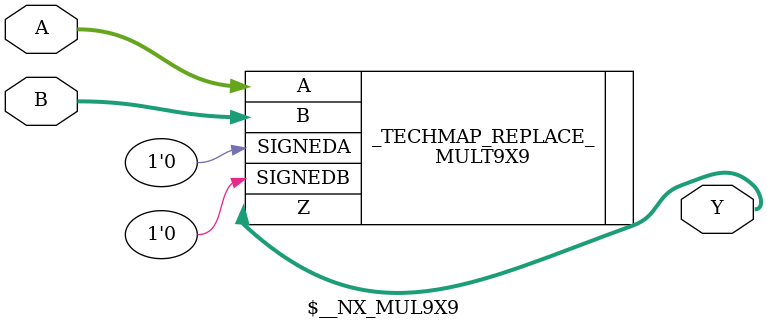
<source format=v>
module \$__NX_MUL36X36 (input [35:0] A, input [35:0] B, output [71:0] Y);

	parameter A_WIDTH = 36;
	parameter B_WIDTH = 36;
	parameter Y_WIDTH = 72;
	parameter A_SIGNED = 0;
	parameter B_SIGNED = 0;

	MULT36X36 #(
		.REGINPUTA("BYPASS"),
		.REGINPUTB("BYPASS"),
		.REGOUTPUT("BYPASS")
	) _TECHMAP_REPLACE_ (
		.A(A), .B(B),
		.SIGNEDA(A_SIGNED ? 1'b1 : 1'b0),
		.SIGNEDB(B_SIGNED ? 1'b1 : 1'b0),
		.Z(Y)
	);
endmodule

module \$__NX_MUL36X18 (input [35:0] A, input [17:0] B, output [53:0] Y);

	parameter A_WIDTH = 36;
	parameter B_WIDTH = 18;
	parameter Y_WIDTH = 54;
	parameter A_SIGNED = 0;
	parameter B_SIGNED = 0;

	MULT18X36 #(
		.REGINPUTA("BYPASS"),
		.REGINPUTB("BYPASS"),
		.REGOUTPUT("BYPASS")
	) _TECHMAP_REPLACE_ (
		.A(B), .B(A),
		.SIGNEDA(B_SIGNED ? 1'b1 : 1'b0),
		.SIGNEDB(A_SIGNED ? 1'b1 : 1'b0),
		.Z(Y)
	);
endmodule

module \$__NX_MUL18X18 (input [17:0] A, input [17:0] B, output [35:0] Y);

	parameter A_WIDTH = 18;
	parameter B_WIDTH = 18;
	parameter Y_WIDTH = 36;
	parameter A_SIGNED = 0;
	parameter B_SIGNED = 0;

	MULT18X18 #(
		.REGINPUTA("BYPASS"),
		.REGINPUTB("BYPASS"),
		.REGOUTPUT("BYPASS")
	) _TECHMAP_REPLACE_ (
		.A(A), .B(B),
		.SIGNEDA(A_SIGNED ? 1'b1 : 1'b0),
		.SIGNEDB(B_SIGNED ? 1'b1 : 1'b0),
		.Z(Y)
	);
endmodule

module \$__NX_MUL9X9 (input [8:0] A, input [8:0] B, output [17:0] Y);

	parameter A_WIDTH = 9;
	parameter B_WIDTH = 9;
	parameter Y_WIDTH = 18;
	parameter A_SIGNED = 0;
	parameter B_SIGNED = 0;

	MULT9X9 #(
		.REGINPUTA("BYPASS"),
		.REGINPUTB("BYPASS"),
		.REGOUTPUT("BYPASS")
	) _TECHMAP_REPLACE_ (
		.A(A), .B(B),
		.SIGNEDA(A_SIGNED ? 1'b1 : 1'b0),
		.SIGNEDB(B_SIGNED ? 1'b1 : 1'b0),
		.Z(Y)
	);
endmodule

</source>
